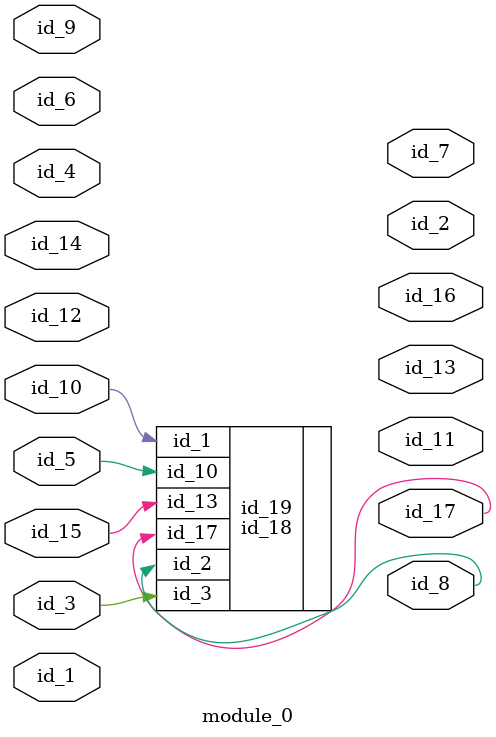
<source format=v>
module module_0 (
    id_1,
    id_2,
    id_3,
    id_4,
    id_5,
    id_6,
    id_7,
    id_8,
    id_9,
    id_10,
    id_11,
    id_12,
    id_13,
    id_14,
    id_15,
    id_16,
    id_17
);
  output id_17;
  output id_16;
  input id_15;
  input id_14;
  output id_13;
  input id_12;
  output id_11;
  input id_10;
  input id_9;
  output id_8;
  output id_7;
  input id_6;
  input id_5;
  input id_4;
  input id_3;
  output id_2;
  input id_1;
  id_18 id_19 (
      .id_2 (id_8),
      .id_1 (id_10),
      .id_3 (id_3),
      .id_10(id_10),
      .id_10(id_5),
      .id_17(id_17),
      .id_13(id_20),
      .id_13(id_15)
  );
  id_21 id_22 ();
  logic id_23 (
      id_12,
      id_22
  );
endmodule

</source>
